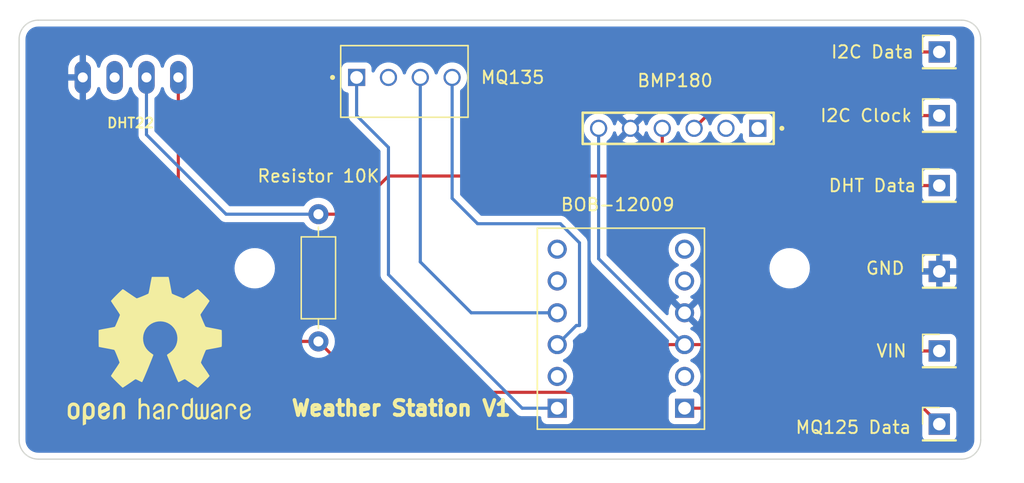
<source format=kicad_pcb>
(kicad_pcb (version 20211014) (generator pcbnew)
  (layers (0 "F.Cu" signal) (31 "B.Cu" signal) (34 "B.Paste" user) (35 "F.Paste" user) (36 "B.SilkS" user "B.Silkscreen") (37 "F.SilkS" user "F.Silkscreen") (38 "B.Mask" user) (39 "F.Mask" user) (44 "Edge.Cuts" user))
  (net 0 "")
  (net 1 "/GND")
  (net 4 "/I2C Data")
  (net 5 "/I2C Clock")
  (net 6 "/VCC")
  (net 7 "/MQ135 Data")
  (net 8 "/DHT Data")
  (net 9 "/MQ135 Data HV")
  (net 11 "/GND HV")
  (net 12 "/VCC HV")
  (footprint "MountingHole:MountingHole_2.2mm_M2" (layer "F.Cu") (at 107.188 85.852)
    (fp_text reference "REF**" hide)
    (fp_text value "MountingHole_2.2mm_M2")
    (pad "" np_thru_hole circle (at 0 0) (size 2.2 2.2) (drill 2.2) (layers *.Cu *.Mask))
  )
  (footprint "bob-12009:CONV_BOB-12009" (layer "F.Cu") (at 136.398 90.678 180)
    (fp_text reference "BOB-12009" (at 0.254 9.906) (layer "F.SilkS"))
    (fp_text value "BOB-12009")
    (fp_line (start -6.665 -8.025) (end 6.665 -8.025) (layer "F.SilkS") (width 0.127))
    (fp_line (start 6.665 -8.025) (end 6.665 8.025) (layer "F.SilkS") (width 0.127))
    (fp_line (start 6.665 8.025) (end -6.665 8.025) (layer "F.SilkS") (width 0.127))
    (fp_line (start -6.665 8.025) (end -6.665 -8.025) (layer "F.SilkS") (width 0.127))
    (pad "GND_1" thru_hole circle locked (at 5.08 1.27 180) (size 1.524 1.524) (drill 1.016) (layers *.Cu *.Mask) (net 11 "/GND HV"))
    (pad "GND_2" thru_hole circle locked (at -5.08 1.27 180) (size 1.524 1.524) (drill 1.016) (layers *.Cu *.Mask) (net 1 "/GND"))
    (pad "HV" thru_hole circle locked (at 5.08 -1.27 180) (size 1.524 1.524) (drill 1.016) (layers *.Cu *.Mask) (net 12 "/VCC HV"))
    (pad "HV1" thru_hole rect locked (at 5.08 -6.35 180) (size 1.524 1.524) (drill 1.016) (layers *.Cu *.Mask) (net 9 "/MQ135 Data HV"))
    (pad "HV2" thru_hole circle locked (at 5.08 -3.81 180) (size 1.524 1.524) (drill 1.016) (layers *.Cu *.Mask))
    (pad "HV3" thru_hole circle locked (at 5.08 3.81 180) (size 1.524 1.524) (drill 1.016) (layers *.Cu *.Mask))
    (pad "HV4" thru_hole circle locked (at 5.08 6.35 180) (size 1.524 1.524) (drill 1.016) (layers *.Cu *.Mask))
    (pad "LV" thru_hole circle locked (at -5.08 -1.27 180) (size 1.524 1.524) (drill 1.016) (layers *.Cu *.Mask) (net 6 "/VCC"))
    (pad "LV1" thru_hole rect locked (at -5.08 -6.35 180) (size 1.524 1.524) (drill 1.016) (layers *.Cu *.Mask) (net 7 "/MQ135 Data"))
    (pad "LV2" thru_hole circle locked (at -5.08 -3.81 180) (size 1.524 1.524) (drill 1.016) (layers *.Cu *.Mask))
    (pad "LV3" thru_hole circle locked (at -5.08 3.81 180) (size 1.524 1.524) (drill 1.016) (layers *.Cu *.Mask))
    (pad "LV4" thru_hole circle locked (at -5.08 6.35 180) (size 1.524 1.524) (drill 1.016) (layers *.Cu *.Mask))
  )
  (footprint "Connector_PinHeader_2.54mm:PinHeader_1x01_P2.54mm_Vertical" (layer "F.Cu") (at 161.798 68.58)
    (fp_text reference "I2C Data" (at -5.334 0) (layer "F.SilkS"))
    (fp_text value "Conn_01x01_Male")
    (fp_line (start -1.33 0) (end -1.33 -1.33) (layer "F.SilkS") (width 0.12))
    (fp_line (start -1.33 -1.33) (end 0 -1.33) (layer "F.SilkS") (width 0.12))
    (fp_line (start -1.33 1.27) (end 1.33 1.27) (layer "F.SilkS") (width 0.12))
    (fp_line (start -1.33 1.27) (end -1.33 1.33) (layer "F.SilkS") (width 0.12))
    (fp_line (start 1.33 1.27) (end 1.33 1.33) (layer "F.SilkS") (width 0.12))
    (fp_line (start -1.33 1.33) (end 1.33 1.33) (layer "F.SilkS") (width 0.12))
    (pad "1" thru_hole rect (at 0 0) (size 1.7 1.7) (drill 1) (layers *.Cu *.Mask) (net 4 "/I2C Data"))
  )
  (footprint "MountingHole:MountingHole_2.2mm_M2" (layer "F.Cu") (at 149.86 85.852)
    (fp_text reference "REF**" hide)
    (fp_text value "MountingHole_2.2mm_M2")
    (pad "" np_thru_hole circle (at 0 0) (size 2.2 2.2) (drill 2.2) (layers *.Cu *.Mask))
  )
  (footprint "Connector_PinHeader_2.54mm:PinHeader_1x01_P2.54mm_Vertical" (layer "F.Cu") (at 161.798 73.66)
    (fp_text reference "I2C Clock" (at -5.842 0) (layer "F.SilkS"))
    (fp_text value "Conn_01x01_Male")
    (fp_line (start -1.33 1.27) (end 1.33 1.27) (layer "F.SilkS") (width 0.12))
    (fp_line (start -1.33 1.27) (end -1.33 1.33) (layer "F.SilkS") (width 0.12))
    (fp_line (start -1.33 -1.33) (end 0 -1.33) (layer "F.SilkS") (width 0.12))
    (fp_line (start -1.33 0) (end -1.33 -1.33) (layer "F.SilkS") (width 0.12))
    (fp_line (start 1.33 1.27) (end 1.33 1.33) (layer "F.SilkS") (width 0.12))
    (fp_line (start -1.33 1.33) (end 1.33 1.33) (layer "F.SilkS") (width 0.12))
    (pad "1" thru_hole rect (at 0 0) (size 1.7 1.7) (drill 1) (layers *.Cu *.Mask) (net 5 "/I2C Clock"))
  )
  (footprint "LOGO" (layer "F.Cu") (at 99.568 92.456)
    (fp_text reference "G***" hide)
    (fp_text value "LOGO" hide)
    (fp_poly (pts (xy -4.343558 4.115991) (xy -4.231311 4.145352) (xy -4.125228 4.203329) (xy -4.052599 4.26598) (xy -3.98713 4.353534) (xy -3.948702 4.455157) (xy -3.935962 4.574864) (xy -3.936702 4.609705) (xy -3.941667 4.722667) (xy -4.266667 4.868866) (xy -4.36344 4.912361) (xy -4.450076 4.951226) (xy -4.521916 4.983378) (xy -4.574301 5.006732) (xy -4.60257 5.019204) (xy -4.605892 5.020608) (xy -4.612539 5.038154) (xy -4.601916 5.071744) (xy -4.579016 5.112611) (xy -4.548829 5.151986) (xy -4.516345 5.181103) (xy -4.513503 5.182906) (xy -4.437449 5.212617) (xy -4.359362 5.209347) (xy -4.310698 5.191672) (xy -4.251658 5.149434) (xy -4.215181 5.087138) (xy -4.200929 5.0266) (xy -4.194882 4.994215) (xy -4.183439 4.971237) (xy -4.159998 4.951934) (xy -4.117956 4.930575) (xy -4.0625 4.906454) (xy -3.933334 4.851374) (xy -3.933497 4.979854) (xy -3.936787 5.062682) (xy -3.948158 5.126789) (xy -3.970232 5.186335) (xy -3.972699 5.191667) (xy -4.026195 5.279934) (xy -4.096987 5.360228) (xy -4.175384 5.42232) (xy -4.208465 5.440612) (xy -4.280143 5.463655) (xy -4.36772 5.476198) (xy -4.457213 5.477447) (xy -4.534641 5.466606) (xy -4.555034 5.460288) (xy -4.667381 5.401989) (xy -4.759822 5.320272) (xy -4.828342 5.219624) (xy -4.867587 5.110735) (xy -4.875443 5.053123) (xy -4.880225 4.966731) (xy -4.881779 4.855984) (xy -4.880346 4.741492) (xy -4.878676 4.67637) (xy -4.617406 4.67637) (xy -4.616665 4.701971) (xy -4.610005 4.716196) (xy -4.592989 4.718833) (xy -4.561178 4.709669) (xy -4.510133 4.688491) (xy -4.435417 4.655088) (xy -4.375 4.628029) (xy -4.298755 4.591822) (xy -4.241873 4.560173) (xy -4.209017 4.53583) (xy -4.202873 4.526535) (xy -4.210694 4.499572) (xy -4.236726 4.461749) (xy -4.255373 4.441294) (xy -4.297471 4.404462) (xy -4.336546 4.387506) (xy -4.38917 4.383335) (xy -4.390828 4.383334) (xy -4.479651 4.395333) (xy -4.546065 4.431625) (xy -4.590459 4.492653) (xy -4.613222 4.578857) (xy -4.616667 4.639606) (xy -4.617406 4.67637) (xy -4.878676 4.67637) (xy -4.87766 4.636769) (xy -4.874565 4.559194) (xy -4.870215 4.502586) (xy -4.86376 4.460763) (xy -4.854353 4.427542) (xy -4.841147 4.396742) (xy -4.830076 4.375) (xy -4.758656 4.271323) (xy -4.669518 4.192913) (xy -4.567438 4.140441) (xy -4.457193 4.114577)) (layer "F.SilkS") (width 0) (fill solid))
    (fp_poly (pts (xy -3.122885 4.117659) (xy -3.013958 4.147092) (xy -2.913089 4.202096) (xy -2.825202 4.282001) (xy -2.761088 4.375) (xy -2.750536 4.396041) (xy -2.742198 4.418458) (xy -2.73576 4.446387) (xy -2.730908 4.483966) (xy -2.727329 4.535331) (xy -2.724707 4.604619) (xy -2.722729 4.695966) (xy -2.721082 4.813509) (xy -2.719915 4.917498) (xy -2.71483 5.39333) (xy -2.828249 5.440183) (xy -2.886635 5.464258) (xy -2.93421 5.483795) (xy -2.961401 5.494863) (xy -2.9625 5.495301) (xy -2.968733 5.491102) (xy -2.973672 5.471097) (xy -2.977441 5.432412) (xy -2.980166 5.372175) (xy -2.981973 5.287512) (xy -2.982986 5.17555) (xy -2.983331 5.033416) (xy -2.983334 5.017622) (xy -2.983553 4.867616) (xy -2.984579 4.747206) (xy -2.98697 4.652657) (xy -2.991279 4.580234) (xy -2.998062 4.5262) (xy -3.007876 4.48682) (xy -3.021274 4.458358) (xy -3.038814 4.437079) (xy -3.06105 4.419246) (xy -3.073562 4.410808) (xy -3.126467 4.391053) (xy -3.194002 4.384769) (xy -3.260155 4.392312) (xy -3.296838 4.405881) (xy -3.33323 4.435065) (xy -3.367192 4.475566) (xy -3.367561 4.476124) (xy -3.377429 4.493253) (xy -3.385059 4.513845) (xy -3.39074 4.542136) (xy -3.394756 4.582359) (xy -3.397392 4.638749) (xy -3.398936 4.715543) (xy -3.399673 4.816973) (xy -3.399888 4.947275) (xy -3.399891 4.955115) (xy -3.4 5.38523) (xy -3.525924 5.442615) (xy -3.584553 5.468954) (xy -3.630588 5.488923) (xy -3.656445 5.49926) (xy -3.659257 5.5) (xy -3.661119 5.484015) (xy -3.662809 5.438782) (xy -3.664267 5.368388) (xy -3.665432 5.276919) (xy -3.666242 5.16846) (xy -3.666638 5.047099) (xy -3.666667 5.002969) (xy -3.666383 4.84552) (xy -3.665067 4.717364) (xy -3.662025 4.614459) (xy -3.656564 4.532767) (xy -3.647991 4.468247) (xy -3.635611 4.41686) (xy -3.61873 4.374566) (xy -3.596656 4.337326) (xy -3.568693 4.301099) (xy -3.540624 4.269027) (xy -3.448737 4.18948) (xy -3.345201 4.138183) (xy -3.234941 4.114466)) (layer "F.SilkS") (width 0) (fill solid))
    (fp_poly (pts (xy 2.688722 3.744488) (xy 2.69253 3.778987) (xy 2.695363 3.838389) (xy 2.697251 3.924248) (xy 2.698222 4.038121) (xy 2.698304 4.181564) (xy 2.697527 4.356133) (xy 2.696964 4.4375) (xy 2.695611 4.609579) (xy 2.694268 4.751614) (xy 2.692765 4.866895) (xy 2.690929 4.958713) (xy 2.688588 5.030355) (xy 2.68557 5.085113) (xy 2.681705 5.126275) (xy 2.676819 5.157131) (xy 2.670741 5.18097) (xy 2.663299 5.201082) (xy 2.656264 5.216667) (xy 2.592454 5.31568) (xy 2.505583 5.397919) (xy 2.443038 5.436885) (xy 2.380836 5.458905) (xy 2.302731 5.473359) (xy 2.222525 5.478826) (xy 2.154016 5.473887) (xy 2.133225 5.468761) (xy 2.020863 5.415137) (xy 1.928495 5.335836) (xy 1.859502 5.233881) (xy 1.851308 5.216667) (xy 1.839114 5.186475) (xy 1.830206 5.15406) (xy 1.824077 5.11372) (xy 1.820221 5.059757) (xy 1.818129 4.986471) (xy 1.817296 4.88816) (xy 1.817195 4.833334) (xy 1.81721 4.823699) (xy 2.008333 4.823699) (xy 2.009025 4.937633) (xy 2.011334 5.022978) (xy 2.015609 5.084451) (xy 2.0222 5.126773) (xy 2.031457 5.154663) (xy 2.033087 5.157874) (xy 2.082498 5.21902) (xy 2.150152 5.261298) (xy 2.227471 5.282791) (xy 2.305881 5.281584) (xy 2.376806 5.255762) (xy 2.399319 5.239682) (xy 2.434528 5.207612) (xy 2.460462 5.175467) (xy 2.478522 5.137588) (xy 2.490106 5.088313) (xy 2.496613 5.021981) (xy 2.499442 4.932933) (xy 2.5 4.832264) (xy 2.499617 4.729446) (xy 2.498048 4.653937) (xy 2.494658 4.599718) (xy 2.488814 4.560769) (xy 2.479881 4.531071) (xy 2.467225 4.504604) (xy 2.465095 4.500768) (xy 2.411339 4.433065) (xy 2.340596 4.393118) (xy 2.250304 4.379504) (xy 2.246556 4.379487) (xy 2.169691 4.389191) (xy 2.106847 4.421557) (xy 2.048993 4.48147) (xy 2.042696 4.489752) (xy 2.030137 4.508971) (xy 2.02106 4.531442) (xy 2.014907 4.562587) (xy 2.011119 4.607833) (xy 2.009138 4.672603) (xy 2.008405 4.762321) (xy 2.008333 4.823699) (xy 1.81721 4.823699) (xy 1.817368 4.723467) (xy 1.818438 4.641127) (xy 1.820989 4.58051) (xy 1.825603 4.535812) (xy 1.83286 4.501229) (xy 1.843342 4.470954) (xy 1.856455 4.441667) (xy 1.921882 4.339273) (xy 2.007132 4.26121) (xy 2.107503 4.209379) (xy 2.218295 4.185684) (xy 2.334806 4.192026) (xy 2.416487 4.215066) (xy 2.5 4.246798) (xy 2.5 3.817228) (xy 2.582779 3.775281) (xy 2.631766 3.752027) (xy 2.669799 3.736795) (xy 2.68391 3.733334)) (layer "F.SilkS") (width 0) (fill solid))
    (fp_poly (pts (xy 0.764495 -5.8625) (xy 0.771407 -5.833917) (xy 0.783495 -5.776629) (xy 0.799959 -5.69472) (xy 0.82 -5.592279) (xy 0.842816 -5.473391) (xy 0.867609 -5.342144) (xy 0.892163 -5.21028) (xy 0.917695 -5.072816) (xy 0.941594 -4.945319) (xy 0.96313 -4.831599) (xy 0.98157 -4.735465) (xy 0.996186 -4.660728) (xy 1.006245 -4.611197) (xy 1.010997 -4.590733) (xy 1.02902 -4.575727) (xy 1.071184 -4.552164) (xy 1.130597 -4.523653) (xy 1.180456 -4.501975) (xy 1.343769 -4.434181) (xy 1.492682 -4.373055) (xy 1.62471 -4.319581) (xy 1.737367 -4.274742) (xy 1.828167 -4.239522) (xy 1.894625 -4.214905) (xy 1.934255 -4.201873) (xy 1.943611 -4.2) (xy 1.964456 -4.20864) (xy 2.009384 -4.234751) (xy 2.078821 -4.278616) (xy 2.173196 -4.340517) (xy 2.292934 -4.42074) (xy 2.438463 -4.519566) (xy 2.610211 -4.63728) (xy 2.806844 -4.772948) (xy 2.885926 -4.826274) (xy 2.957689 -4.872094) (xy 3.01682 -4.907216) (xy 3.058008 -4.928444) (xy 3.073624 -4.933333) (xy 3.09321 -4.921833) (xy 3.132695 -4.889428) (xy 3.188916 -4.839262) (xy 3.258706 -4.774479) (xy 3.3389 -4.698223) (xy 3.426331 -4.613637) (xy 3.517836 -4.523866) (xy 3.610247 -4.432053) (xy 3.7004 -4.341341) (xy 3.785129 -4.254876) (xy 3.861268 -4.1758) (xy 3.925652 -4.107258) (xy 3.975115 -4.052393) (xy 4.006492 -4.014349) (xy 4.016666 -3.996768) (xy 4.007499 -3.977041) (xy 3.981403 -3.933194) (xy 3.940489 -3.868467) (xy 3.886867 -3.786102) (xy 3.822648 -3.689337) (xy 3.749941 -3.581416) (xy 3.670858 -3.465578) (xy 3.669462 -3.463546) (xy 3.589462 -3.346914) (xy 3.514854 -3.237711) (xy 3.447898 -3.139276) (xy 3.390852 -3.054949) (xy 3.345976 -2.98807) (xy 3.315529 -2.941979) (xy 3.301812 -2.920092) (xy 3.297052 -2.906323) (xy 3.296761 -2.887343) (xy 3.30216 -2.859676) (xy 3.314471 -2.819851) (xy 3.334917 -2.764394) (xy 3.364719 -2.689831) (xy 3.405098 -2.592689) (xy 3.457278 -2.469496) (xy 3.474782 -2.428425) (xy 3.524901 -2.312179) (xy 3.572124 -2.205007) (xy 3.614556 -2.111025) (xy 3.650303 -2.03435) (xy 3.677471 -1.979098) (xy 3.694166 -1.949386) (xy 3.696598 -1.946312) (xy 3.715097 -1.936286) (xy 3.754426 -1.923584) (xy 3.816571 -1.907763) (xy 3.903516 -1.888384) (xy 4.017246 -1.865006) (xy 4.159748 -1.837188) (xy 4.333004 -1.804489) (xy 4.348297 -1.801641) (xy 4.515859 -1.769952) (xy 4.660972 -1.741459) (xy 4.781744 -1.716572) (xy 4.876285 -1.695701) (xy 4.942703 -1.679254) (xy 4.979108 -1.667642) (xy 4.985542 -1.663662) (xy 4.988654 -1.642577) (xy 4.991536 -1.591914) (xy 4.994111 -1.515429) (xy 4.996296 -1.416877) (xy 4.998013 -1.300014) (xy 4.999181 -1.168596) (xy 4.999719 -1.026378) (xy 4.999744 -0.997874) (xy 4.999631 -0.829796) (xy 4.999078 -0.692117) (xy 4.997983 -0.581906) (xy 4.996244 -0.496231) (xy 4.993759 -0.432158) (xy 4.990425 -0.386757) (xy 4.98614 -0.357095) (xy 4.980803 -0.34024) (xy 4.976651 -0.334704) (xy 4.955107 -0.327077) (xy 4.904813 -0.314423) (xy 4.829826 -0.297605) (xy 4.734205 -0.277486) (xy 4.622009 -0.254928) (xy 4.497295 -0.230794) (xy 4.414881 -0.215308) (xy 4.250034 -0.184657) (xy 4.114865 -0.159392) (xy 4.006273 -0.138834) (xy 3.92116 -0.122302) (xy 3.856427 -0.109116) (xy 3.808974 -0.098597) (xy 3.775701 -0.090066) (xy 3.75351 -0.082841) (xy 3.739301 -0.076244) (xy 3.729975 -0.069594) (xy 3.723918 -0.06375) (xy 3.710861 -0.041142) (xy 3.68806 0.007927) (xy 3.657402 0.078675) (xy 3.620772 0.166325) (xy 3.580053 0.266096) (xy 3.537132 0.373208) (xy 3.493893 0.482883) (xy 3.452221 0.590341) (xy 3.414002 0.690801) (xy 3.381119 0.779485) (xy 3.355459 0.851613) (xy 3.338906 0.902406) (xy 3.333333 0.926613) (xy 3.34334 0.954641) (xy 3.373365 1.009266) (xy 3.423412 1.090496) (xy 3.493486 1.198339) (xy 3.583593 1.332803) (xy 3.674999 1.466667) (xy 3.753561 1.581778) (xy 3.825755 1.689152) (xy 3.889453 1.785498) (xy 3.942522 1.867522) (xy 3.982831 1.931934) (xy 4.00825 1.975441) (xy 4.016666 1.994463) (xy 4.005133 2.013645) (xy 3.972637 2.052686) (xy 3.922329 2.108434) (xy 3.857363 2.177737) (xy 3.780893 2.257444) (xy 3.696071 2.344402) (xy 3.606049 2.43546) (xy 3.513982 2.527467) (xy 3.423021 2.617269) (xy 3.33632 2.701716) (xy 3.257033 2.777655) (xy 3.188311 2.841935) (xy 3.133307 2.891405) (xy 3.095176 2.922911) (xy 3.077452 2.933334) (xy 3.056888 2.924159) (xy 3.01238 2.898094) (xy 2.947315 2.857329) (xy 2.865083 2.804051) (xy 2.769071 2.74045) (xy 2.662669 2.668714) (xy 2.574732 2.608584) (xy 2.461908 2.531236) (xy 2.356394 2.459407) (xy 2.261682 2.395437) (xy 2.181264 2.341664) (xy 2.118631 2.300425) (xy 2.077276 2.27406) (xy 2.062278 2.265432) (xy 2.044063 2.260104) (xy 2.021438 2.261465) (xy 1.989542 2.271434) (xy 1.943518 2.29193) (xy 1.878508 2.324871) (xy 1.789653 2.372179) (xy 1.78302 2.375752) (xy 1.680187 2.429749) (xy 1.603871 2.466511) (xy 1.552484 2.486726) (xy 1.52444 2.491086) (xy 1.520824 2.489738) (xy 1.511168 2.47257) (xy 1.490159 2.427589) (xy 1.459068 2.357832) (xy 1.419162 2.266339) (xy 1.371709 2.156146) (xy 1.317979 2.030293) (xy 1.259239 1.891819) (xy 1.196758 1.74376) (xy 1.131804 1.589156) (xy 1.065646 1.431045) (xy 0.999552 1.272465) (xy 0.93479 1.116455) (xy 0.872629 0.966053) (xy 0.814337 0.824297) (xy 0.761183 0.694225) (xy 0.714435 0.578877) (xy 0.675361 0.48129) (xy 0.645229 0.404502) (xy 0.625309 0.351552) (xy 0.616869 0.325479) (xy 0.616666 0.323892) (xy 0.629679 0.302017) (xy 0.662879 0.272151) (xy 0.6875 0.254813) (xy 0.86957 0.127503) (xy 1.021668 -0.001375) (xy 1.147089 -0.135448) (xy 1.249131 -0.278345) (xy 1.331088 -0.433693) (xy 1.347347 -0.471332) (xy 1.409281 -0.660791) (xy 1.443174 -0.859806) (xy 1.448758 -1.061625) (xy 1.425767 -1.259494) (xy 1.384649 -1.416319) (xy 1.331582 -1.556241) (xy 1.271447 -1.676531) (xy 1.196847 -1.79089) (xy 1.147442 -1.85563) (xy 1.006874 -2.007009) (xy 0.849658 -2.131648) (xy 0.67899 -2.229594) (xy 0.498064 -2.300891) (xy 0.310075 -2.345586) (xy 0.118218 -2.363723) (xy -0.074313 -2.355348) (xy -0.264322 -2.320506) (xy -0.448614 -2.259242) (xy -0.623995 -2.171602) (xy -0.78727 -2.057631) (xy -0.935244 -1.917374) (xy -1.012038 -1.825) (xy -1.124774 -1.649614) (xy -1.20855 -1.459176) (xy -1.26229 -1.256893) (xy -1.28492 -1.045974) (xy -1.285603 -1.008163) (xy -1.271389 -0.790202) (xy -1.226597 -0.585505) (xy -1.151224 -0.394069) (xy -1.045269 -0.215894) (xy -0.908731 -0.050977) (xy -0.741611 0.100684) (xy -0.608287 0.19772) (xy -0.54917 0.238585) (xy -0.500525 0.274816) (xy -0.469255 0.301146) (xy -0.461997 0.309434) (xy -0.465851 0.328592) (xy -0.481534 0.375381) (xy -0.507795 0.446771) (xy -0.543384 0.539732) (xy -0.58705 0.651236) (xy -0.637542 0.778252) (xy -0.693608 0.917753) (xy -0.753998 1.066707) (xy -0.817462 1.222087) (xy -0.882747 1.380862) (xy -0.948604 1.540004) (xy -1.013782 1.696482) (xy -1.077029 1.847268) (xy -1.137094 1.989333) (xy -1.192727 2.119646) (xy -1.242677 2.235179) (xy -1.285693 2.332902) (xy -1.320524 2.409786) (xy -1.345918 2.462802) (xy -1.360627 2.48892) (xy -1.362869 2.491101) (xy -1.385357 2.486884) (xy -1.43155 2.469115) (xy -1.495907 2.440232) (xy -1.572885 2.402674) (xy -1.625933 2.375358) (xy -1.733923 2.320334) (xy -1.814463 2.283177) (xy -1.868098 2.263656) (xy -1.894651 2.261245) (xy -1.922934 2.276033) (xy -1.968596 2.30441) (xy -2.022036 2.340395) (xy -2.025 2.342469) (xy -2.152907 2.431645) (xy -2.280381 2.519571) (xy -2.404346 2.604204) (xy -2.521723 2.683499) (xy -2.629434 2.75541) (xy -2.724402 2.817893) (xy -2.803549 2.868904) (xy -2.863796 2.906396) (xy -2.902066 2.928326) (xy -2.914382 2.933334) (xy -2.931945 2.921894) (xy -2.97019 2.889287) (xy -3.026395 2.838081) (xy -3.097836 2.770844) (xy -3.181792 2.690144) (xy -3.275541 2.598549) (xy -3.37636 2.498627) (xy -3.395947 2.479055) (xy -3.525887 2.34816) (xy -3.634907 2.236444) (xy -3.722366 2.144596) (xy -3.787626 2.073302) (xy -3.830047 2.02325) (xy -3.84899 1.995126) (xy -3.85 1.991183) (xy -3.840833 1.970092) (xy -3.814748 1.924958) (xy -3.773875 1.859093) (xy -3.720342 1.77581) (xy -3.656277 1.678422) (xy -3.583809 1.570243) (xy -3.508334 1.459348) (xy -3.429731 1.343747) (xy -3.357512 1.235651) (xy -3.293806 1.138393) (xy -3.240741 1.055303) (xy -3.200447 0.989712) (xy -3.175052 0.944953) (xy -3.166667 0.924718) (xy -3.172767 0.900645) (xy -3.190042 0.849842) (xy -3.216952 0.776391) (xy -3.251958 0.684376) (xy -3.29352 0.577878) (xy -3.3401 0.460982) (xy -3.360994 0.409262) (xy -3.420303 0.264284) (xy -3.46903 0.148097) (xy -3.508298 0.05828) (xy -3.539228 -0.007588) (xy -3.562944 -0.051927) (xy -3.580568 -0.077158) (xy -3.590161 -0.084871) (xy -3.614202 -0.091306) (xy -3.667088 -0.102908) (xy -3.744866 -0.118893) (xy -3.843581 -0.138474) (xy -3.959281 -0.160867) (xy -4.088013 -0.185287) (xy -4.215203 -0.208989) (xy -4.351367 -0.23431) (xy -4.477209 -0.258025) (xy -4.588956 -0.279397) (xy -4.682833 -0.297693) (xy -4.755064 -0.312175) (xy -4.801875 -0.322109) (xy -4.81937 -0.32667) (xy -4.822421 -0.34468) (xy -4.825242 -0.392431) (xy -4.827759 -0.466334) (xy -4.829897 -0.562797) (xy -4.831582 -0.678229) (xy -4.832739 -0.80904) (xy -4.833295 -0.951638) (xy -4.833334 -1.001341) (xy -4.833334 -1.667381) (xy -4.795834 -1.682721) (xy -4.770113 -1.689619) (xy -4.716149 -1.701463) (xy -4.638514 -1.717341) (xy -4.541779 -1.736342) (xy -4.430516 -1.757552) (xy -4.309297 -1.78006) (xy -4.291667 -1.783286) (xy -4.116855 -1.815245) (xy -3.971918 -1.84188) (xy -3.853938 -1.863821) (xy -3.759994 -1.881699) (xy -3.687164 -1.896144) (xy -3.632528 -1.907785) (xy -3.593166 -1.917253) (xy -3.566157 -1.925178) (xy -3.54858 -1.93219) (xy -3.537515 -1.938919) (xy -3.530041 -1.945996) (xy -3.528311 -1.947988) (xy -3.514391 -1.972006) (xy -3.490272 -2.021688) (xy -3.457988 -2.092216) (xy -3.419578 -2.178771) (xy -3.377076 -2.276537) (xy -3.332521 -2.380693) (xy -3.287948 -2.486422) (xy -3.245393 -2.588905) (xy -3.206894 -2.683325) (xy -3.174486 -2.764861) (xy -3.150207 -2.828698) (xy -3.136093 -2.870014) (xy -3.133334 -2.882507) (xy -3.14251 -2.903809) (xy -3.168653 -2.949233) (xy -3.209684 -3.015544) (xy -3.263526 -3.099505) (xy -3.328099 -3.197882) (xy -3.401327 -3.30744) (xy -3.481129 -3.424944) (xy -3.491667 -3.440326) (xy -3.572112 -3.558437) (xy -3.646256 -3.668832) (xy -3.712023 -3.768305) (xy -3.767339 -3.853651) (xy -3.81013 -3.921665) (xy -3.83832 -3.969139) (xy -3.849836 -3.992869) (xy -3.85 -3.994055) (xy -3.838437 -4.013756) (xy -3.805853 -4.053248) (xy -3.75541 -4.109378) (xy -3.690268 -4.178993) (xy -3.61359 -4.258942) (xy -3.528535 -4.346073) (xy -3.438264 -4.437231) (xy -3.345939 -4.529266) (xy -3.25472 -4.619025) (xy -3.167768 -4.703354) (xy -3.088245 -4.779103) (xy -3.019311 -4.843118) (xy -2.964127 -4.892247) (xy -2.925854 -4.923338) (xy -2.908222 -4.9333) (xy -2.880911 -4.92408) (xy -2.834391 -4.899298) (xy -2.776245 -4.863229) (xy -2.738241 -4.837467) (xy -2.614552 -4.751199) (xy -2.489024 -4.664342) (xy -2.364834 -4.579034) (xy -2.245162 -4.497415) (xy -2.133184 -4.421625) (xy -2.032077 -4.353805) (xy -1.94502 -4.296093) (xy -1.87519 -4.25063) (xy -1.825764 -4.219556) (xy -1.799921 -4.205009) (xy -1.797985 -4.204302) (xy -1.772842 -4.207993) (xy -1.722126 -4.223361) (xy -1.650665 -4.248414) (xy -1.563288 -4.281162) (xy -1.464826 -4.319616) (xy -1.360108 -4.361785) (xy -1.253962 -4.405678) (xy -1.151218 -4.449305) (xy -1.056705 -4.490677) (xy -0.975253 -4.527802) (xy -0.911691 -4.55869) (xy -0.870848 -4.581352) (xy -0.858082 -4.591666) (xy -0.850399 -4.615254) (xy -0.837699 -4.667787) (xy -0.82078 -4.745388) (xy -0.800439 -4.84418) (xy -0.777475 -4.960286) (xy -0.752684 -5.089828) (xy -0.726865 -5.228931) (xy -0.726061 -5.233333) (xy -0.700352 -5.372856) (xy -0.675914 -5.503129) (xy -0.653513 -5.620242) (xy -0.633916 -5.720286) (xy -0.617887 -5.799353) (xy -0.606194 -5.853533) (xy -0.599602 -5.878918) (xy -0.599502 -5.879166) (xy -0.584048 -5.916666) (xy 0.747414 -5.916666)) (layer "F.SilkS") (width 0) (fill solid))
    (fp_poly (pts (xy 3.05 4.701807) (xy 3.058333 5.2196) (xy 3.105096 5.2598) (xy 3.156556 5.292842) (xy 3.203463 5.295) (xy 3.253807 5.266273) (xy 3.26157 5.259798) (xy 3.308333 5.219597) (xy 3.313237 4.742023) (xy 3.31814 4.26445) (xy 3.404903 4.224236) (xy 3.491666 4.184023) (xy 3.5 4.696178) (xy 3.502499 4.82457) (xy 3.505585 4.942927) (xy 3.509086 5.046939) (xy 3.512826 5.132293) (xy 3.516631 5.194678) (xy 3.520329 5.229782) (xy 3.52175 5.235243) (xy 3.549063 5.263622) (xy 3.592789 5.288178) (xy 3.636418 5.299884) (xy 3.640203 5.3) (xy 3.667667 5.290348) (xy 3.704144 5.266968) (xy 3.706085 5.265457) (xy 3.723304 5.25101) (xy 3.735306 5.235462) (xy 3.743032 5.212975) (xy 3.747425 5.177709) (xy 3.749425 5.123826) (xy 3.749975 5.045486) (xy 3.75 4.993107) (xy 3.750853 4.881335) (xy 3.753176 4.752176) (xy 3.756617 4.621526) (xy 3.760821 4.505281) (xy 3.760879 4.503942) (xy 3.771759 4.252584) (xy 3.848301 4.222125) (xy 3.895278 4.203328) (xy 3.928903 4.189683) (xy 3.937421 4.186111) (xy 3.940514 4.200708) (xy 3.943331 4.244694) (xy 3.945775 4.314127) (xy 3.94775 4.405063) (xy 3.949159 4.51356) (xy 3.949905 4.635673) (xy 3.95 4.699147) (xy 3.949752 4.850194) (xy 3.948898 4.971608) (xy 3.947276 5.067083) (xy 3.944719 5.140316) (xy 3.941064 5.195002) (xy 3.936147 5.234839) (xy 3.929803 5.263521) (xy 3.924204 5.279475) (xy 3.871529 5.366799) (xy 3.799426 5.430931) (xy 3.71367 5.469748) (xy 3.620035 5.481128) (xy 3.524296 5.462947) (xy 3.479214 5.443057) (xy 3.403464 5.40278) (xy 3.323907 5.443057) (xy 3.228277 5.476026) (xy 3.13003 5.477512) (xy 3.071286 5.464805) (xy 3.013514 5.434986) (xy 2.95587 5.384135) (xy 2.908609 5.322978) (xy 2.883534 5.268388) (xy 2.879076 5.23581) (xy 2.875083 5.174656) (xy 2.871705 5.089682) (xy 2.869091 4.985645) (xy 2.867393 4.867301) (xy 2.86676 4.739405) (xy 2.866759 4.736733) (xy 2.866666 4.265133) (xy 3.041666 4.184015)) (layer "F.SilkS") (width 0) (fill solid))
    (fp_poly (pts (xy 1.17111 4.188903) (xy 1.229448 4.201071) (xy 1.312724 4.239073) (xy 1.390608 4.301294) (xy 1.457027 4.380009) (xy 1.505909 4.467495) (xy 1.531181 4.556027) (xy 1.533333 4.587624) (xy 1.532041 4.607301) (xy 1.524453 4.6227) (xy 1.505004 4.637531) (xy 1.468125 4.655503) (xy 1.408251 4.680325) (xy 1.373043 4.694431) (xy 1.359855 4.684077) (xy 1.349612 4.644028) (xy 1.346204 4.61636) (xy 1.323557 4.522617) (xy 1.277296 4.450355) (xy 1.210066 4.402119) (xy 1.124511 4.380454) (xy 1.1 4.379487) (xy 1.022285 4.38856) (xy 0.959774 4.41922) (xy 0.902757 4.476628) (xy 0.892696 4.489708) (xy 0.882183 4.50565) (xy 0.873915 4.524796) (xy 0.867519 4.551342) (xy 0.86262 4.589483) (xy 0.858844 4.643413) (xy 0.855817 4.717327) (xy 0.853164 4.815421) (xy 0.850511 4.941888) (xy 0.85 4.968227) (xy 0.841666 5.400764) (xy 0.666666 5.4818) (xy 0.667032 4.995067) (xy 0.66731 4.852736) (xy 0.668059 4.739657) (xy 0.669511 4.651749) (xy 0.671895 4.58493) (xy 0.675444 4.53512) (xy 0.680388 4.498238) (xy 0.686957 4.470203) (xy 0.695384 4.446933) (xy 0.69844 4.439982) (xy 0.759766 4.343132) (xy 0.843348 4.267057) (xy 0.943532 4.214299) (xy 1.05467 4.1874)) (layer "F.SilkS") (width 0) (fill solid))
    (fp_poly (pts (xy -1.459951 3.749728) (xy -1.454593 3.79792) (xy -1.451244 3.876422) (xy -1.450006 3.983749) (xy -1.45 3.992095) (xy -1.45 4.250856) (xy -1.395834 4.221494) (xy -1.346953 4.203485) (xy -1.278975 4.194064) (xy -1.208334 4.1919) (xy -1.135699 4.193367) (xy -1.084177 4.199819) (xy -1.041632 4.213874) (xy -0.997061 4.237484) (xy -0.93977 4.277654) (xy -0.885589 4.325896) (xy -0.867415 4.345817) (xy -0.838541 4.38383) (xy -0.815695 4.423112) (xy -0.79819 4.468025) (xy -0.785339 4.522929) (xy -0.776455 4.592185) (xy -0.770851 4.680155) (xy -0.767838 4.791201) (xy -0.766732 4.929682) (xy -0.766667 4.985256) (xy -0.766667 5.397795) (xy -0.854167 5.438186) (xy -0.903466 5.458912) (xy -0.940404 5.470711) (xy -0.954167 5.471639) (xy -0.957428 5.453817) (xy -0.960377 5.406989) (xy -0.962896 5.335479) (xy -0.964871 5.243614) (xy -0.966185 5.135718) (xy -0.966723 5.016117) (xy -0.966729 5.003183) (xy -0.966891 4.866058) (xy -0.967506 4.758167) (xy -0.968835 4.675412) (xy -0.971137 4.613694) (xy -0.974672 4.568914) (xy -0.979699 4.536975) (xy -0.986477 4.513777) (xy -0.995266 4.495223) (xy -0.999326 4.488309) (xy -1.053235 4.429039) (xy -1.123436 4.392761) (xy -1.202089 4.379477) (xy -1.281352 4.389184) (xy -1.353383 4.421885) (xy -1.410342 4.477578) (xy -1.417342 4.488309) (xy -1.427319 4.506834) (xy -1.43503 4.528508) (xy -1.440766 4.557616) (xy -1.444815 4.598447) (xy -1.447467 4.655286) (xy -1.449011 4.73242) (xy -1.449738 4.834135) (xy -1.449937 4.964719) (xy -1.449938 4.970834) (xy -1.450187 5.0865) (xy -1.450857 5.190362) (xy -1.451882 5.278022) (xy -1.453198 5.345083) (xy -1.45474 5.387147) (xy -1.45626 5.4) (xy -1.473581 5.406208) (xy -1.512368 5.422359) (xy -1.55626 5.441457) (xy -1.65 5.482913) (xy -1.65 3.817228) (xy -1.567221 3.775281) (xy -1.518481 3.752052) (xy -1.480954 3.736819) (xy -1.467221 3.733334)) (layer "F.SilkS") (width 0) (fill solid))
    (fp_poly (pts (xy 6.980256 4.199622) (xy 7.085768 4.243567) (xy 7.176534 4.311816) (xy 7.245889 4.400283) (xy 7.258736 4.424332) (xy 7.283737 4.482987) (xy 7.295581 4.536647) (xy 7.297438 4.601976) (xy 7.296648 4.623585) (xy 7.291666 4.735169) (xy 7.141666 4.802184) (xy 7.062056 4.837779) (xy 6.965954 4.880789) (xy 6.867283 4.924983) (xy 6.803362 4.953634) (xy 6.615058 5.03807) (xy 6.626268 5.089868) (xy 6.659428 5.173641) (xy 6.716398 5.235072) (xy 6.794638 5.272233) (xy 6.881226 5.283334) (xy 6.943139 5.278265) (xy 6.989291 5.259494) (xy 7.015986 5.239682) (xy 7.072999 5.177936) (xy 7.108043 5.110472) (xy 7.116666 5.061425) (xy 7.123004 5.03403) (xy 7.146963 5.012356) (xy 7.195755 4.989764) (xy 7.243486 4.970694) (xy 7.277952 4.956737) (xy 7.287421 4.952778) (xy 7.296931 4.962173) (xy 7.300772 4.995748) (xy 7.299576 5.044946) (xy 7.293972 5.101215) (xy 7.284592 5.156001) (xy 7.272068 5.200748) (xy 7.268493 5.209423) (xy 7.214671 5.299266) (xy 7.143215 5.37794) (xy 7.064009 5.434656) (xy 7.060401 5.43653) (xy 6.997686 5.458799) (xy 6.919219 5.473389) (xy 6.838787 5.478867) (xy 6.770172 5.473803) (xy 6.749892 5.468761) (xy 6.637529 5.415137) (xy 6.545162 5.335836) (xy 6.476169 5.233881) (xy 6.467975 5.216667) (xy 6.45578 5.186475) (xy 6.446872 5.15406) (xy 6.440744 5.11372) (xy 6.436887 5.059757) (xy 6.434796 4.986471) (xy 6.433962 4.88816) (xy 6.433862 4.833334) (xy 6.434008 4.739876) (xy 6.617947 4.739876) (xy 6.619883 4.788487) (xy 6.624508 4.814379) (xy 6.626859 4.816667) (xy 6.646091 4.810296) (xy 6.690235 4.79272) (xy 6.753728 4.766241) (xy 6.831009 4.733161) (xy 6.878489 4.7125) (xy 6.982062 4.665676) (xy 7.055388 4.629001) (xy 7.09974 4.601777) (xy 7.116389 4.583303) (xy 7.116586 4.581632) (xy 7.105327 4.544802) (xy 7.076404 4.496883) (xy 7.037352 4.448608) (xy 6.997616 4.41211) (xy 6.941555 4.38747) (xy 6.870682 4.378611) (xy 6.799216 4.385562) (xy 6.741376 4.40835) (xy 6.736746 4.411607) (xy 6.684442 4.456791) (xy 6.650381 4.504692) (xy 6.630501 4.564447) (xy 6.620741 4.645193) (xy 6.619123 4.67621) (xy 6.617947 4.739876) (xy 6.434008 4.739876) (xy 6.434034 4.723467) (xy 6.435105 4.641127) (xy 6.437656 4.58051) (xy 6.442269 4.535812) (xy 6.449526 4.501229) (xy 6.460009 4.470954) (xy 6.473121 4.441667) (xy 6.538081 4.339961) (xy 6.623601 4.261263) (xy 6.725034 4.208613) (xy 6.837734 4.185054) (xy 6.866666 4.184066)) (layer "F.SilkS") (width 0) (fill solid))
    (fp_poly (pts (xy -5.490622 4.128296) (xy -5.378692 4.171605) (xy -5.284402 4.243053) (xy -5.208727 4.342037) (xy -5.188169 4.380307) (xy -5.171605 4.415112) (xy -5.159531 4.445979) (xy -5.151236 4.478927) (xy -5.146011 4.519974) (xy -5.143148 4.575137) (xy -5.141937 4.650435) (xy -5.14167 4.751886) (xy -5.141667 4.775) (xy -5.142639 4.907006) (xy -5.146403 5.011161) (xy -5.154229 5.092913) (xy -5.167389 5.157709) (xy -5.187153 5.210996) (xy -5.214792 5.258222) (xy -5.251578 5.304835) (xy -5.270126 5.325612) (xy -5.36404 5.405987) (xy -5.470967 5.458826) (xy -5.58547 5.48266) (xy -5.702109 5.476022) (xy -5.764572 5.459073) (xy -5.833334 5.434812) (xy -5.833334 5.845379) (xy -5.957954 5.897689) (xy -6.016976 5.921997) (xy -6.063527 5.940295) (xy -6.089647 5.949483) (xy -6.092237 5.95) (xy -6.094132 5.933893) (xy -6.095679 5.887809) (xy -6.096855 5.815101) (xy -6.097642 5.719124) (xy -6.098017 5.603231) (xy -6.097961 5.470778) (xy -6.097452 5.325117) (xy -6.096784 5.2125) (xy -6.095504 5.036034) (xy -6.094231 4.889698) (xy -6.093208 4.803892) (xy -5.833334 4.803892) (xy -5.832667 4.903035) (xy -5.830231 4.975212) (xy -5.825369 5.026772) (xy -5.817426 5.064065) (xy -5.805748 5.093438) (xy -5.802879 5.098972) (xy -5.752788 5.160895) (xy -5.685717 5.20025) (xy -5.610192 5.214235) (xy -5.534737 5.200048) (xy -5.518314 5.192519) (xy -5.477044 5.166762) (xy -5.447176 5.134958) (xy -5.426723 5.091407) (xy -5.413694 5.030407) (xy -5.406098 4.946258) (xy -5.402676 4.861256) (xy -5.400414 4.740488) (xy -5.402008 4.647609) (xy -5.408363 4.577304) (xy -5.420387 4.524258) (xy -5.438988 4.483157) (xy -5.465071 4.448686) (xy -5.474829 4.438505) (xy -5.514754 4.403776) (xy -5.553126 4.387593) (xy -5.606453 4.383355) (xy -5.612753 4.383334) (xy -5.682575 4.390441) (xy -5.734272 4.414111) (xy -5.741439 4.419465) (xy -5.77496 4.450712) (xy -5.799445 4.48759) (xy -5.81621 4.5356) (xy -5.826569 4.600245) (xy -5.831839 4.687027) (xy -5.833333 4.801448) (xy -5.833334 4.803892) (xy -6.093208 4.803892) (xy -6.092807 4.770289) (xy -6.091074 4.674603) (xy -6.088872 4.599438) (xy -6.086044 4.54159) (xy -6.082432 4.497858) (xy -6.077876 4.465036) (xy -6.07222 4.439923) (xy -6.065303 4.419315) (xy -6.056969 4.40001) (xy -6.056573 4.399153) (xy -5.988691 4.287607) (xy -5.901417 4.202493) (xy -5.796717 4.145097) (xy -5.676558 4.116702) (xy -5.61922 4.113726)) (layer "F.SilkS") (width 0) (fill solid))
    (fp_poly (pts (xy -6.705531 4.12901) (xy -6.592168 4.173964) (xy -6.49548 4.247237) (xy -6.417703 4.347479) (xy -6.403097 4.3735) (xy -6.387881 4.403251) (xy -6.376575 4.430305) (xy -6.368598 4.460083) (xy -6.363369 4.498007) (xy -6.360309 4.549498) (xy -6.358836 4.619978) (xy -6.358371 4.714868) (xy -6.358334 4.791667) (xy -6.35855 4.906306) (xy -6.359529 4.993002) (xy -6.36177 5.057144) (xy -6.365772 5.104122) (xy -6.372032 5.139324) (xy -6.38105 5.168139) (xy -6.393322 5.195958) (xy -6.396275 5.202007) (xy -6.464454 5.305844) (xy -6.553089 5.387777) (xy -6.656894 5.445565) (xy -6.770586 5.476972) (xy -6.88888 5.479759) (xy -6.995424 5.455765) (xy -7.074904 5.414321) (xy -7.153492 5.350678) (xy -7.22089 5.274619) (xy -7.265347 5.199375) (xy -7.277798 5.168435) (xy -7.286936 5.138191) (xy -7.293167 5.103173) (xy -7.2969 5.05791) (xy -7.298543 4.996931) (xy -7.298505 4.914766) (xy -7.297194 4.805943) (xy -7.296777 4.778051) (xy -7.296565 4.767364) (xy -7.049782 4.767364) (xy -7.04689 4.874176) (xy -7.041171 4.973556) (xy -7.031128 5.046249) (xy -7.014235 5.098852) (xy -6.987967 5.137963) (xy -6.949798 5.17018) (xy -6.928262 5.184067) (xy -6.853082 5.212801) (xy -6.777031 5.208258) (xy -6.719831 5.182906) (xy -6.683367 5.156415) (xy -6.656305 5.124333) (xy -6.637472 5.081741) (xy -6.625695 5.023722) (xy -6.6198 4.945355) (xy -6.618613 4.841721) (xy -6.619716 4.763206) (xy -6.625 4.497357) (xy -6.687256 4.440345) (xy -6.731306 4.404723) (xy -6.7717 4.387948) (xy -6.825623 4.383378) (xy -6.834756 4.383334) (xy -6.890663 4.386467) (xy -6.929373 4.40002) (xy -6.96676 4.430222) (xy -6.975059 4.438392) (xy -7.005316 4.476057) (xy -7.0271 4.522827) (xy -7.041227 4.583661) (xy -7.048515 4.66352) (xy -7.049782 4.767364) (xy -7.296565 4.767364) (xy -7.294229 4.649703) (xy -7.290068 4.549385) (xy -7.282946 4.471794) (xy -7.271517 4.411628) (xy -7.254436 4.363585) (xy -7.230357 4.322362) (xy -7.197932 4.282656) (xy -7.161373 4.244706) (xy -7.071595 4.173161) (xy -6.971676 4.13045) (xy -6.855355 4.114071) (xy -6.833334 4.113726)) (layer "F.SilkS") (width 0) (fill solid))
    (fp_poly (pts (xy 5.785185 4.188235) (xy 5.842115 4.200126) (xy 5.922399 4.236541) (xy 5.999041 4.295934) (xy 6.065893 4.370765) (xy 6.116803 4.453494) (xy 6.145623 4.536583) (xy 6.149837 4.577357) (xy 6.14927 4.601329) (xy 6.143706 4.618897) (xy 6.127619 4.6341) (xy 6.09548 4.650982) (xy 6.041762 4.673582) (xy 5.98971 4.694431) (xy 5.976522 4.684077) (xy 5.966279 4.644028) (xy 5.96287 4.61636) (xy 5.940224 4.522617) (xy 5.893963 4.450355) (xy 5.826733 4.402119) (xy 5.741178 4.380454) (xy 5.716666 4.379487) (xy 5.638952 4.38856) (xy 5.57644 4.41922) (xy 5.519424 4.476628) (xy 5.509363 4.489708) (xy 5.498849 4.50565) (xy 5.490582 4.524796) (xy 5.484186 4.551342) (xy 5.479287 4.589483) (xy 5.475511 4.643413) (xy 5.472484 4.717327) (xy 5.46983 4.815421) (xy 5.467177 4.941888) (xy 5.466666 4.968227) (xy 5.458333 5.400764) (xy 5.283333 5.4818) (xy 5.283699 4.995067) (xy 5.283977 4.852736) (xy 5.284726 4.739657) (xy 5.286177 4.651749) (xy 5.288562 4.58493) (xy 5.292111 4.53512) (xy 5.297054 4.498238) (xy 5.303624 4.470203) (xy 5.31205 4.446933) (xy 5.315106 4.439982) (xy 5.376231 4.343627) (xy 5.459731 4.267576) (xy 5.559677 4.214528) (xy 5.670138 4.187181)) (layer "F.SilkS") (width 0) (fill solid))
    (fp_poly (pts (xy 0.083552 4.207351) (xy 0.182079 4.255195) (xy 0.269 4.328018) (xy 0.339282 4.424725) (xy 0.343967 4.433334) (xy 0.353352 4.453882) (xy 0.360764 4.478942) (xy 0.366498 4.512676) (xy 0.370848 4.559244) (xy 0.374106 4.622807) (xy 0.376567 4.707527) (xy 0.378525 4.817563) (xy 0.380145 4.945729) (xy 0.385291 5.399792) (xy 0.208333 5.477374) (xy 0.203814 5.155354) (xy 0.202231 5.05589) (xy 0.200488 4.968927) (xy 0.198717 4.899537) (xy 0.197049 4.852789) (xy 0.195616 4.833754) (xy 0.195481 4.83357) (xy 0.168117 4.841301) (xy 0.118172 4.860602) (xy 0.052897 4.888172) (xy -0.020455 4.920713) (xy -0.094631 4.954924) (xy -0.162381 4.987508) (xy -0.216452 5.015163) (xy -0.249592 5.034592) (xy -0.254167 5.038139) (xy -0.292872 5.091122) (xy -0.299314 5.14887) (xy -0.273578 5.208092) (xy -0.249146 5.236752) (xy -0.221127 5.262904) (xy -0.195851 5.27745) (xy -0.163063 5.282951) (xy -0.112508 5.281969) (xy -0.076751 5.279807) (xy 0.044789 5.272007) (xy 0.072264 5.346139) (xy 0.086781 5.392697) (xy 0.092303 5.426333) (xy 0.090934 5.434518) (xy 0.060245 5.456717) (xy 0.005901 5.47158) (xy -0.063108 5.478519) (xy -0.137795 5.476947) (xy -0.20917 5.466277) (xy -0.243578 5.456381) (xy -0.338863 5.408227) (xy -0.412563 5.342191) (xy -0.463632 5.263415) (xy -0.491027 5.177046) (xy -0.493704 5.088226) (xy -0.470618 5.002101) (xy -0.420726 4.923814) (xy -0.362327 4.871358) (xy -0.329975 4.853009) (xy -0.273146 4.825436) (xy -0.198382 4.79163) (xy -0.112219 4.75458) (xy -0.056526 4.73153) (xy 0.0376 4.692942) (xy 0.104997 4.664265) (xy 0.14987 4.642981) (xy 0.176419 4.626573) (xy 0.188846 4.612523) (xy 0.191355 4.598313) (xy 0.188891 4.584498) (xy 0.155448 4.495803) (xy 0.102248 4.432933) (xy 0.026438 4.392983) (xy -0.008778 4.383233) (xy -0.09059 4.380059) (xy -0.167562 4.404261) (xy -0.232383 4.451081) (xy -0.277739 4.515762) (xy -0.293937 4.568773) (xy -0.307347 4.617294) (xy -0.335078 4.648169) (xy -0.364761 4.665343) (xy -0.414712 4.688571) (xy -0.459393 4.706277) (xy -0.465078 4.708136) (xy -0.486916 4.713641) (xy -0.497952 4.708305) (xy -0.50041 4.685352) (xy -0.496515 4.638008) (xy -0.494493 4.618545) (xy -0.46536 4.49173) (xy -0.407036 4.378802) (xy -0.325957 4.287657) (xy -0.231335 4.22464) (xy -0.128188 4.190979) (xy -0.021547 4.185581)) (layer "F.SilkS") (width 0) (fill solid))
    (fp_poly (pts (xy 4.700219 4.207351) (xy 4.798746 4.255195) (xy 4.885667 4.328018) (xy 4.955948 4.424725) (xy 4.960634 4.433334) (xy 4.970018 4.453882) (xy 4.977431 4.478942) (xy 4.983165 4.512676) (xy 4.987514 4.559244) (xy 4.990773 4.622807) (xy 4.993234 4.707527) (xy 4.995191 4.817563) (xy 4.996812 4.945729) (xy 5.001957 5.399792) (xy 4.913478 5.438583) (xy 4.825 5.477374) (xy 4.820481 5.155354) (xy 4.818855 5.05587) (xy 4.816994 4.96887) (xy 4.815044 4.899428) (xy 4.813148 4.852621) (xy 4.811452 4.833525) (xy 4.811288 4.833334) (xy 4.78577 4.840242) (xy 4.737541 4.858806) (xy 4.673707 4.88578) (xy 4.601375 4.917919) (xy 4.527651 4.951979) (xy 4.459642 4.984714) (xy 4.404454 5.012881) (xy 4.369194 5.033234) (xy 4.3625 5.038244) (xy 4.323815 5.091139) (xy 4.317345 5.148874) (xy 4.343008 5.20804) (xy 4.367233 5.236464) (xy 4.395684 5.262819) (xy 4.421691 5.277336) (xy 4.455795 5.282756) (xy 4.508541 5.281822) (xy 4.535994 5.280352) (xy 4.654188 5.273674) (xy 4.68548 5.346676) (xy 4.702178 5.392495) (xy 4.709013 5.425857) (xy 4.707784 5.434222) (xy 4.676985 5.456581) (xy 4.622536 5.471553) (xy 4.553421 5.478544) (xy 4.478623 5.476957) (xy 4.407126 5.4662) (xy 4.373089 5.456381) (xy 4.278011 5.407866) (xy 4.202045 5.339323) (xy 4.148943 5.25626) (xy 4.122458 5.164185) (xy 4.12278 5.089008) (xy 4.134638 5.028602) (xy 4.154578 4.97744) (xy 4.186303 4.932491) (xy 4.233516 4.890723) (xy 4.29992 4.849105) (xy 4.389219 4.804605) (xy 4.505114 4.754191) (xy 4.55873 4.732105) (xy 4.653153 4.693398) (xy 4.720839 4.664615) (xy 4.765978 4.643248) (xy 4.792763 4.626791) (xy 4.805386 4.612738) (xy 4.808037 4.598582) (xy 4.805558 4.584498) (xy 4.772115 4.495803) (xy 4.718915 4.432933) (xy 4.643104 4.392983) (xy 4.607888 4.383233) (xy 4.525685 4.380033) (xy 4.44857 4.404417) (xy 4.383777 4.451652) (xy 4.338537 4.517006) (xy 4.32254 4.569959) (xy 4.313735 4.609351) (xy 4.29739 4.635332) (xy 4.265058 4.656902) (xy 4.222074 4.677001) (xy 4.172299 4.698301) (xy 4.135569 4.712699) (xy 4.12215 4.716667) (xy 4.118344 4.701633) (xy 4.118725 4.66253) (xy 4.122376 4.616604) (xy 4.151557 4.490795) (xy 4.210123 4.378124) (xy 4.29071 4.287657) (xy 4.385332 4.22464) (xy 4.488479 4.190979) (xy 4.595119 4.185581)) (layer "F.SilkS") (width 0) (fill solid))
  )
  (footprint "Connector_PinHeader_2.54mm:PinHeader_1x01_P2.54mm_Vertical" (layer "F.Cu") (at 161.798 79.248)
    (fp_text reference "DHT Data" (at -5.334 0) (layer "F.SilkS"))
    (fp_text value "Conn_01x01_Male")
    (fp_line (start 1.33 1.27) (end 1.33 1.33) (layer "F.SilkS") (width 0.12))
    (fp_line (start -1.33 -1.33) (end 0 -1.33) (layer "F.SilkS") (width 0.12))
    (fp_line (start -1.33 1.33) (end 1.33 1.33) (layer "F.SilkS") (width 0.12))
    (fp_line (start -1.33 1.27) (end -1.33 1.33) (layer "F.SilkS") (width 0.12))
    (fp_line (start -1.33 0) (end -1.33 -1.33) (layer "F.SilkS") (width 0.12))
    (fp_line (start -1.33 1.27) (end 1.33 1.27) (layer "F.SilkS") (width 0.12))
    (pad "1" thru_hole rect (at 0 0) (size 1.7 1.7) (drill 1) (layers *.Cu *.Mask) (net 8 "/DHT Data"))
  )
  (footprint "Connector_PinHeader_2.54mm:PinHeader_1x01_P2.54mm_Vertical" (layer "F.Cu") (at 161.798 86.106)
    (fp_text reference "GND" (at -4.318 -0.254) (layer "F.SilkS"))
    (fp_text value "Conn_01x01_Male")
    (fp_line (start 1.33 1.27) (end 1.33 1.33) (layer "F.SilkS") (width 0.12))
    (fp_line (start -1.33 1.27) (end 1.33 1.27) (layer "F.SilkS") (width 0.12))
    (fp_line (start -1.33 1.33) (end 1.33 1.33) (layer "F.SilkS") (width 0.12))
    (fp_line (start -1.33 1.27) (end -1.33 1.33) (layer "F.SilkS") (width 0.12))
    (fp_line (start -1.33 0) (end -1.33 -1.33) (layer "F.SilkS") (width 0.12))
    (fp_line (start -1.33 -1.33) (end 0 -1.33) (layer "F.SilkS") (width 0.12))
    (pad "1" thru_hole rect (at 0 0) (size 1.7 1.7) (drill 1) (layers *.Cu *.Mask) (net 1 "/GND"))
  )
  (footprint "mq135:TE_3-641215-4" (layer "F.Cu") (at 115.316 70.612 180)
    (fp_text reference "MQ135" (at -12.446 0) (layer "F.SilkS"))
    (fp_text value "MQ135 4PIN Header")
    (fp_line (start 1.27 2.54) (end -8.89 2.54) (layer "F.SilkS") (width 0.127))
    (fp_line (start -8.89 2.54) (end -8.89 -3.18) (layer "F.SilkS") (width 0.127))
    (fp_line (start 1.27 -3.18) (end -8.89 -3.18) (layer "F.SilkS") (width 0.127))
    (fp_line (start 1.27 -3.18) (end 1.27 2.54) (layer "F.SilkS") (width 0.127))
    (fp_circle (center 1.92 0) (end 2.02 0) (layer "F.SilkS") (width 0.2) (fill none))
    (pad "1" thru_hole rect locked (at 0 0 180) (size 1.37 1.37) (drill 1.02) (layers *.Cu *.Mask) (net 9 "/MQ135 Data HV"))
    (pad "2" thru_hole circle locked (at -2.54 0 180) (size 1.37 1.37) (drill 1.02) (layers *.Cu *.Mask))
    (pad "3" thru_hole circle locked (at -5.08 0 180) (size 1.37 1.37) (drill 1.02) (layers *.Cu *.Mask) (net 11 "/GND HV"))
    (pad "4" thru_hole circle locked (at -7.62 0 180) (size 1.37 1.37) (drill 1.02) (layers *.Cu *.Mask) (net 12 "/VCC HV"))
  )
  (footprint "Connector_PinHeader_2.54mm:PinHeader_1x01_P2.54mm_Vertical" (layer "F.Cu") (at 161.798 92.456)
    (fp_text reference "VIN" (at -3.81 0) (layer "F.SilkS"))
    (fp_text value "Conn_01x01_Male")
    (fp_line (start -1.33 0) (end -1.33 -1.33) (layer "F.SilkS") (width 0.12))
    (fp_line (start -1.33 1.33) (end 1.33 1.33) (layer "F.SilkS") (width 0.12))
    (fp_line (start -1.33 1.27) (end -1.33 1.33) (layer "F.SilkS") (width 0.12))
    (fp_line (start 1.33 1.27) (end 1.33 1.33) (layer "F.SilkS") (width 0.12))
    (fp_line (start -1.33 1.27) (end 1.33 1.27) (layer "F.SilkS") (width 0.12))
    (fp_line (start -1.33 -1.33) (end 0 -1.33) (layer "F.SilkS") (width 0.12))
    (pad "1" thru_hole rect (at 0 0) (size 1.7 1.7) (drill 1) (layers *.Cu *.Mask) (net 6 "/VCC"))
  )
  (footprint "Connector_PinHeader_2.54mm:PinHeader_1x01_P2.54mm_Vertical" (layer "F.Cu") (at 161.798 98.298)
    (fp_text reference "MQ125 Data" (at -6.858 0.254) (layer "F.SilkS"))
    (fp_text value "Conn_01x01_Male")
    (fp_line (start -1.33 0) (end -1.33 -1.33) (layer "F.SilkS") (width 0.12))
    (fp_line (start -1.33 -1.33) (end 0 -1.33) (layer "F.SilkS") (width 0.12))
    (fp_line (start -1.33 1.33) (end 1.33 1.33) (layer "F.SilkS") (width 0.12))
    (fp_line (start -1.33 1.27) (end 1.33 1.27) (layer "F.SilkS") (width 0.12))
    (fp_line (start 1.33 1.27) (end 1.33 1.33) (layer "F.SilkS") (width 0.12))
    (fp_line (start -1.33 1.27) (end -1.33 1.33) (layer "F.SilkS") (width 0.12))
    (pad "1" thru_hole rect (at 0 0) (size 1.7 1.7) (drill 1) (layers *.Cu *.Mask) (net 7 "/MQ135 Data"))
  )
  (footprint "Resistor_THT:R_Axial_DIN0207_L6.3mm_D2.5mm_P10.16mm_Horizontal" (layer "F.Cu") (at 112.268 91.694 90)
    (fp_text reference "Resistor 10K" (at 13.208 0 180) (layer "F.SilkS"))
    (fp_text value "10K")
    (fp_line (start 8.35 1.37) (end 8.35 -1.37) (layer "F.SilkS") (width 0.12))
    (fp_line (start 9.12 0) (end 8.35 0) (layer "F.SilkS") (width 0.12))
    (fp_line (start 1.81 1.37) (end 8.35 1.37) (layer "F.SilkS") (width 0.12))
    (fp_line (start 8.35 -1.37) (end 1.81 -1.37) (layer "F.SilkS") (width 0.12))
    (fp_line (start 1.81 -1.37) (end 1.81 1.37) (layer "F.SilkS") (width 0.12))
    (fp_line (start 1.04 0) (end 1.81 0) (layer "F.SilkS") (width 0.12))
    (pad "1" thru_hole circle (at 0 0 90) (size 1.6 1.6) (drill 0.8) (layers *.Cu *.Mask) (net 6 "/VCC"))
    (pad "2" thru_hole oval (at 10.16 0 90) (size 1.6 1.6) (drill 0.8) (layers *.Cu *.Mask) (net 8 "/DHT Data"))
  )
  (footprint "dht22:DHT22" (layer "F.Cu") (at 97.282 70.612 180)
    (fp_text reference "DHT22" (at 0 -3.6385) (layer "F.SilkS") (effects (font (size 0.787402 0.787402))))
    (fp_text value "DHT22")
    (pad "DATA" thru_hole oval (at -1.27 0 180) (size 1.308 2.616) (drill 0.8) (layers *.Cu *.Mask) (net 8 "/DHT Data"))
    (pad "GND" thru_hole oval (at 3.81 0 180) (size 1.308 2.616) (drill 0.8) (layers *.Cu *.Mask) (net 1 "/GND"))
    (pad "NC" thru_hole oval (at 1.27 0 180) (size 1.308 2.616) (drill 0.8) (layers *.Cu *.Mask))
    (pad "VDD" thru_hole oval (at -3.81 0 180) (size 1.308 2.616) (drill 0.8) (layers *.Cu *.Mask) (net 6 "/VCC"))
  )
  (footprint "bmp180:SAMTEC_HTSW-106-07-S-S-LL" (layer "F.Cu") (at 140.97 74.676)
    (fp_text reference "BMP180" (at -0.254 -3.81) (layer "F.SilkS"))
    (fp_text value "BMP180 6PIN Header")
    (fp_line (start 7.62 -1.2445) (end -7.62 -1.2445) (layer "F.SilkS") (width 0.2))
    (fp_line (start 7.62 1.2445) (end -7.62 1.2445) (layer "F.SilkS") (width 0.2))
    (fp_line (start 7.62 -1.2445) (end 7.62 1.2445) (layer "F.SilkS") (width 0.2))
    (fp_line (start -7.62 1.2445) (end -7.62 -1.2445) (layer "F.SilkS") (width 0.2))
    (fp_circle (center 8.27 0) (end 8.37 0) (layer "F.SilkS") (width 0.2) (fill none))
    (pad "01" thru_hole rect locked (at 6.35 0) (size 1.37 1.37) (drill 1.02) (layers *.Cu *.Mask))
    (pad "02" thru_hole circle locked (at 3.81 0) (size 1.37 1.37) (drill 1.02) (layers *.Cu *.Mask))
    (pad "03" thru_hole circle locked (at 1.27 0) (size 1.37 1.37) (drill 1.02) (layers *.Cu *.Mask) (net 4 "/I2C Data"))
    (pad "04" thru_hole circle locked (at -1.27 0) (size 1.37 1.37) (drill 1.02) (layers *.Cu *.Mask) (net 5 "/I2C Clock"))
    (pad "05" thru_hole circle locked (at -3.81 0) (size 1.37 1.37) (drill 1.02) (layers *.Cu *.Mask) (net 1 "/GND"))
    (pad "06" thru_hole circle locked (at -6.35 0) (size 1.37 1.37) (drill 1.02) (layers *.Cu *.Mask) (net 6 "/VCC"))
  )
  (gr_line (start 165.1 67.564) (end 165.1 99.568) (layer "Edge.Cuts") (width 0.1))
  (gr_arc (start 165.1 99.568) (mid 164.653631 100.645631) (end 163.576 101.092) (layer "Edge.Cuts") (width 0.1))
  (gr_arc (start 88.392 67.564) (mid 88.838369 66.486369) (end 89.916 66.04) (layer "Edge.Cuts") (width 0.1))
  (gr_line (start 88.392 99.568) (end 88.392 67.564) (layer "Edge.Cuts") (width 0.1))
  (gr_arc (start 163.576 66.04) (mid 164.653631 66.486369) (end 165.1 67.564) (layer "Edge.Cuts") (width 0.1))
  (gr_line (start 89.916 66.04) (end 163.576 66.04) (layer "Edge.Cuts") (width 0.1))
  (gr_arc (start 89.916 101.092) (mid 88.838369 100.645631) (end 88.392 99.568) (layer "Edge.Cuts") (width 0.1))
  (gr_line (start 163.576 101.092) (end 89.916 101.092) (layer "Edge.Cuts") (width 0.1))
  (gr_text "Weather Station V1\n" (at 118.872 97.028) (layer "F.SilkS") (effects (font (size 1.2 1.2) (thickness 0.3))))
  (segment (start 148.336 68.58) (end 161.798 68.58) (width 0.25) (layer "F.Cu") (net 4))
  (segment (start 142.24 74.676) (end 148.336 68.58) (width 0.25) (layer "F.Cu") (net 4))
  (segment (start 140.716 77.216) (end 139.7 76.2) (width 0.25) (layer "F.Cu") (net 5))
  (segment (start 139.7 76.2) (end 139.7 74.676) (width 0.25) (layer "F.Cu") (net 5))
  (segment (start 161.798 73.66) (end 153.416 73.66) (width 0.25) (layer "F.Cu") (net 5))
  (segment (start 153.416 73.66) (end 149.86 77.216) (width 0.25) (layer "F.Cu") (net 5))
  (segment (start 149.86 77.216) (end 140.716 77.216) (width 0.25) (layer "F.Cu") (net 5))
  (segment (start 136.398 95.758) (end 140.208 91.948) (width 0.25) (layer "F.Cu") (net 6))
  (segment (start 112.268 91.694) (end 107.95 91.694) (width 0.25) (layer "F.Cu") (net 6))
  (segment (start 146.812 92.456) (end 146.304 91.948) (width 0.25) (layer "F.Cu") (net 6))
  (segment (start 116.332 95.758) (end 136.398 95.758) (width 0.25) (layer "F.Cu") (net 6))
  (segment (start 161.798 92.456) (end 146.812 92.456) (width 0.25) (layer "F.Cu") (net 6))
  (segment (start 146.304 91.948) (end 141.478 91.948) (width 0.25) (layer "F.Cu") (net 6))
  (segment (start 107.95 91.694) (end 101.092 84.836) (width 0.25) (layer "F.Cu") (net 6))
  (segment (start 112.268 91.694) (end 116.332 95.758) (width 0.25) (layer "F.Cu") (net 6))
  (segment (start 101.092 84.836) (end 101.092 70.612) (width 0.25) (layer "F.Cu") (net 6))
  (segment (start 140.208 91.948) (end 141.478 91.948) (width 0.25) (layer "F.Cu") (net 6))
  (segment (start 134.62 85.09) (end 141.478 91.948) (width 0.25) (layer "B.Cu") (net 6))
  (segment (start 134.62 85.09) (end 134.62 74.676) (width 0.25) (layer "B.Cu") (net 6))
  (segment (start 160.528 97.028) (end 141.478 97.028) (width 0.25) (layer "F.Cu") (net 7))
  (segment (start 161.798 98.298) (end 160.528 97.028) (width 0.25) (layer "F.Cu") (net 7))
  (segment (start 117.856 78.486) (end 114.808 81.534) (width 0.25) (layer "F.Cu") (net 8))
  (segment (start 145.034 78.486) (end 117.856 78.486) (width 0.25) (layer "F.Cu") (net 8))
  (segment (start 145.796 79.248) (end 145.034 78.486) (width 0.25) (layer "F.Cu") (net 8))
  (segment (start 114.808 81.534) (end 112.268 81.534) (width 0.25) (layer "F.Cu") (net 8))
  (segment (start 161.798 79.248) (end 145.796 79.248) (width 0.25) (layer "F.Cu") (net 8))
  (segment (start 104.902 81.534) (end 98.552 75.184) (width 0.25) (layer "B.Cu") (net 8))
  (segment (start 98.552 75.184) (end 98.552 70.612) (width 0.25) (layer "B.Cu") (net 8))
  (segment (start 112.268 81.534) (end 104.902 81.534) (width 0.25) (layer "B.Cu") (net 8))
  (segment (start 117.856 86.36) (end 117.856 76.2) (width 0.25) (layer "B.Cu") (net 9))
  (segment (start 128.524 97.028) (end 117.856 86.36) (width 0.25) (layer "B.Cu") (net 9))
  (segment (start 117.856 76.2) (end 115.316 73.66) (width 0.25) (layer "B.Cu") (net 9))
  (segment (start 115.316 73.66) (end 115.316 70.612) (width 0.25) (layer "B.Cu") (net 9))
  (segment (start 131.318 97.028) (end 128.524 97.028) (width 0.25) (layer "B.Cu") (net 9))
  (segment (start 131.318 89.408) (end 124.46 89.408) (width 0.25) (layer "B.Cu") (net 11))
  (segment (start 120.396 85.344) (end 120.396 70.612) (width 0.25) (layer "B.Cu") (net 11))
  (segment (start 124.46 89.408) (end 120.396 85.344) (width 0.25) (layer "B.Cu") (net 11))
  (segment (start 133.096 90.424) (end 133.096 83.82) (width 0.25) (layer "B.Cu") (net 12))
  (segment (start 131.572 82.296) (end 124.968 82.296) (width 0.25) (layer "B.Cu") (net 12))
  (segment (start 124.968 82.296) (end 122.936 80.264) (width 0.25) (layer "B.Cu") (net 12))
  (segment (start 131.318 91.948) (end 132.842 90.424) (width 0.25) (layer "B.Cu") (net 12))
  (segment (start 133.096 83.82) (end 131.572 82.296) (width 0.25) (layer "B.Cu") (net 12))
  (segment (start 132.842 90.424) (end 133.096 90.424) (width 0.25) (layer "B.Cu") (net 12))
  (segment (start 122.936 80.264) (end 122.936 70.612) (width 0.25) (layer "B.Cu") (net 12))
  (zone (net 1) (net_name "/GND") (layer "B.Cu") (connect_pads (clearance 0.508)) (min_thickness 0.254) (fill yes (thermal_gap 0.508) (thermal_bridge_width 0.508))
    (polygon (pts (xy 166.624 102.616) (xy 86.868 102.616) (xy 86.868 64.516) (xy 166.624 64.516)))
  )
)
</source>
